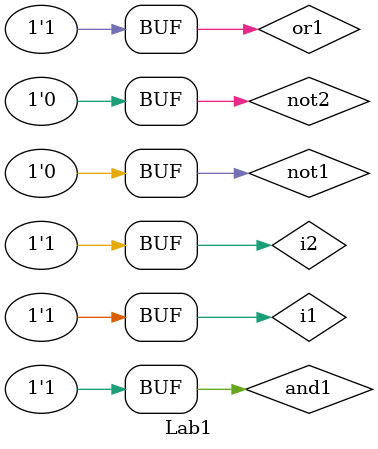
<source format=v>
module Lab1;
    reg i1,i2;
    wire not1,not2,and1,or1;

    not(not1,i1);
    not(not2,i2);
    and(and1,i1,i2);
    or(or1,i1,i2);

    initial
        begin
            $dumpfile("Lab1-Munoz.vcd");
	        $dumpvars(-1, i1,i2,not1,not2,and1,or1);
	        $monitor("%b", i1,i2,not1,not2,and1,or1);
        end
    initial begin
        #1 i1=0;
        #1 $display("NOT Gate");
        #1 $monitor("x=%b,n=%b",i1,not1);
        #1 i1=1;

        #1 i1=0; i2=0;
        #1 $display("AND Gate");
        #1 $monitor("x=%b,y=%b,n=%b",i1,i2,and1);
        #1 i1=0; i2=1;
        #1 i1=1; i2=0;
        #1 i1=1; i2=1;

        #1 i1=0; i2=0;
        #1 $display("OR Gate");
        #1 $monitor("x=%b,y=%b,n=%b",i1,i2,or1);
        #1 i1=0; i2=1;
        #1 i1=1; i2=0;
        #1 i1=1; i2=1;
    end
endmodule
</source>
